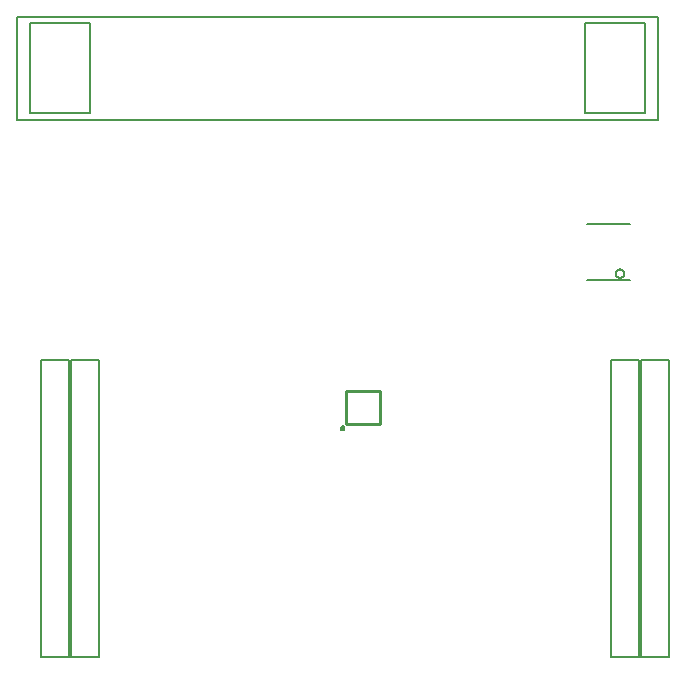
<source format=gto>
G75*
%MOIN*%
%OFA0B0*%
%FSLAX25Y25*%
%IPPOS*%
%LPD*%
%AMOC8*
5,1,8,0,0,1.08239X$1,22.5*
%
%ADD10C,0.00600*%
%ADD11C,0.00500*%
%ADD12C,0.01000*%
D10*
X0239277Y0168001D02*
X0253473Y0168001D01*
X0253473Y0186599D02*
X0239277Y0186599D01*
D11*
X0066446Y0042292D02*
X0057154Y0042292D01*
X0057154Y0141308D01*
X0066446Y0141308D01*
X0066446Y0042292D01*
X0067154Y0042292D02*
X0076446Y0042292D01*
X0076446Y0141308D01*
X0067154Y0141308D01*
X0067154Y0042292D01*
X0157600Y0118650D02*
X0157602Y0118674D01*
X0157608Y0118698D01*
X0157617Y0118720D01*
X0157630Y0118740D01*
X0157646Y0118758D01*
X0157665Y0118773D01*
X0157686Y0118786D01*
X0157708Y0118794D01*
X0157732Y0118799D01*
X0157756Y0118800D01*
X0157780Y0118797D01*
X0157803Y0118790D01*
X0157825Y0118780D01*
X0157845Y0118766D01*
X0157862Y0118749D01*
X0157877Y0118730D01*
X0157888Y0118709D01*
X0157896Y0118686D01*
X0157900Y0118662D01*
X0157900Y0118638D01*
X0157896Y0118614D01*
X0157888Y0118591D01*
X0157877Y0118570D01*
X0157862Y0118551D01*
X0157845Y0118534D01*
X0157825Y0118520D01*
X0157803Y0118510D01*
X0157780Y0118503D01*
X0157756Y0118500D01*
X0157732Y0118501D01*
X0157708Y0118506D01*
X0157686Y0118514D01*
X0157665Y0118527D01*
X0157646Y0118542D01*
X0157630Y0118560D01*
X0157617Y0118580D01*
X0157608Y0118602D01*
X0157602Y0118626D01*
X0157600Y0118650D01*
X0157437Y0118650D02*
X0157439Y0118685D01*
X0157445Y0118720D01*
X0157455Y0118753D01*
X0157468Y0118786D01*
X0157485Y0118817D01*
X0157505Y0118845D01*
X0157529Y0118871D01*
X0157555Y0118895D01*
X0157583Y0118915D01*
X0157614Y0118932D01*
X0157647Y0118945D01*
X0157680Y0118955D01*
X0157715Y0118961D01*
X0157750Y0118963D01*
X0157785Y0118961D01*
X0157820Y0118955D01*
X0157853Y0118945D01*
X0157886Y0118932D01*
X0157917Y0118915D01*
X0157945Y0118895D01*
X0157971Y0118871D01*
X0157995Y0118845D01*
X0158015Y0118817D01*
X0158032Y0118786D01*
X0158045Y0118753D01*
X0158055Y0118720D01*
X0158061Y0118685D01*
X0158063Y0118650D01*
X0158061Y0118615D01*
X0158055Y0118580D01*
X0158045Y0118547D01*
X0158032Y0118514D01*
X0158015Y0118483D01*
X0157995Y0118455D01*
X0157971Y0118429D01*
X0157945Y0118405D01*
X0157917Y0118385D01*
X0157886Y0118368D01*
X0157853Y0118355D01*
X0157820Y0118345D01*
X0157785Y0118339D01*
X0157750Y0118337D01*
X0157715Y0118339D01*
X0157680Y0118345D01*
X0157647Y0118355D01*
X0157614Y0118368D01*
X0157583Y0118385D01*
X0157555Y0118405D01*
X0157529Y0118429D01*
X0157505Y0118455D01*
X0157485Y0118483D01*
X0157468Y0118514D01*
X0157455Y0118547D01*
X0157445Y0118580D01*
X0157439Y0118615D01*
X0157437Y0118650D01*
X0157125Y0118650D02*
X0157127Y0118700D01*
X0157133Y0118749D01*
X0157143Y0118798D01*
X0157156Y0118845D01*
X0157174Y0118892D01*
X0157195Y0118937D01*
X0157219Y0118980D01*
X0157247Y0119021D01*
X0157278Y0119060D01*
X0157312Y0119096D01*
X0157349Y0119130D01*
X0157389Y0119160D01*
X0157430Y0119187D01*
X0157474Y0119211D01*
X0157519Y0119231D01*
X0157566Y0119247D01*
X0157614Y0119260D01*
X0157663Y0119269D01*
X0157713Y0119274D01*
X0157762Y0119275D01*
X0157812Y0119272D01*
X0157861Y0119265D01*
X0157910Y0119254D01*
X0157957Y0119240D01*
X0158003Y0119221D01*
X0158048Y0119199D01*
X0158091Y0119174D01*
X0158131Y0119145D01*
X0158169Y0119113D01*
X0158205Y0119079D01*
X0158238Y0119041D01*
X0158267Y0119001D01*
X0158293Y0118959D01*
X0158316Y0118915D01*
X0158335Y0118869D01*
X0158351Y0118822D01*
X0158363Y0118773D01*
X0158371Y0118724D01*
X0158375Y0118675D01*
X0158375Y0118625D01*
X0158371Y0118576D01*
X0158363Y0118527D01*
X0158351Y0118478D01*
X0158335Y0118431D01*
X0158316Y0118385D01*
X0158293Y0118341D01*
X0158267Y0118299D01*
X0158238Y0118259D01*
X0158205Y0118221D01*
X0158169Y0118187D01*
X0158131Y0118155D01*
X0158091Y0118126D01*
X0158048Y0118101D01*
X0158003Y0118079D01*
X0157957Y0118060D01*
X0157910Y0118046D01*
X0157861Y0118035D01*
X0157812Y0118028D01*
X0157762Y0118025D01*
X0157713Y0118026D01*
X0157663Y0118031D01*
X0157614Y0118040D01*
X0157566Y0118053D01*
X0157519Y0118069D01*
X0157474Y0118089D01*
X0157430Y0118113D01*
X0157389Y0118140D01*
X0157349Y0118170D01*
X0157312Y0118204D01*
X0157278Y0118240D01*
X0157247Y0118279D01*
X0157219Y0118320D01*
X0157195Y0118363D01*
X0157174Y0118408D01*
X0157156Y0118455D01*
X0157143Y0118502D01*
X0157133Y0118551D01*
X0157127Y0118600D01*
X0157125Y0118650D01*
X0247154Y0141308D02*
X0256446Y0141308D01*
X0256446Y0042292D01*
X0247154Y0042292D01*
X0247154Y0141308D01*
X0257154Y0141308D02*
X0266446Y0141308D01*
X0266446Y0042292D01*
X0257154Y0042292D01*
X0257154Y0141308D01*
X0248875Y0170200D02*
X0248877Y0170275D01*
X0248883Y0170349D01*
X0248893Y0170423D01*
X0248907Y0170496D01*
X0248924Y0170568D01*
X0248946Y0170640D01*
X0248971Y0170710D01*
X0249000Y0170778D01*
X0249033Y0170846D01*
X0249069Y0170911D01*
X0249108Y0170974D01*
X0249151Y0171035D01*
X0249197Y0171094D01*
X0249246Y0171150D01*
X0249298Y0171203D01*
X0249353Y0171254D01*
X0249410Y0171301D01*
X0249470Y0171346D01*
X0249532Y0171387D01*
X0249597Y0171425D01*
X0249663Y0171459D01*
X0249731Y0171490D01*
X0249800Y0171517D01*
X0249871Y0171540D01*
X0249943Y0171560D01*
X0250016Y0171576D01*
X0250089Y0171588D01*
X0250163Y0171596D01*
X0250238Y0171600D01*
X0250312Y0171600D01*
X0250387Y0171596D01*
X0250461Y0171588D01*
X0250534Y0171576D01*
X0250607Y0171560D01*
X0250679Y0171540D01*
X0250750Y0171517D01*
X0250819Y0171490D01*
X0250887Y0171459D01*
X0250953Y0171425D01*
X0251018Y0171387D01*
X0251080Y0171346D01*
X0251140Y0171301D01*
X0251197Y0171254D01*
X0251252Y0171203D01*
X0251304Y0171150D01*
X0251353Y0171094D01*
X0251399Y0171035D01*
X0251442Y0170974D01*
X0251481Y0170911D01*
X0251517Y0170846D01*
X0251550Y0170778D01*
X0251579Y0170710D01*
X0251604Y0170640D01*
X0251626Y0170568D01*
X0251643Y0170496D01*
X0251657Y0170423D01*
X0251667Y0170349D01*
X0251673Y0170275D01*
X0251675Y0170200D01*
X0251673Y0170125D01*
X0251667Y0170051D01*
X0251657Y0169977D01*
X0251643Y0169904D01*
X0251626Y0169832D01*
X0251604Y0169760D01*
X0251579Y0169690D01*
X0251550Y0169622D01*
X0251517Y0169554D01*
X0251481Y0169489D01*
X0251442Y0169426D01*
X0251399Y0169365D01*
X0251353Y0169306D01*
X0251304Y0169250D01*
X0251252Y0169197D01*
X0251197Y0169146D01*
X0251140Y0169099D01*
X0251080Y0169054D01*
X0251018Y0169013D01*
X0250953Y0168975D01*
X0250887Y0168941D01*
X0250819Y0168910D01*
X0250750Y0168883D01*
X0250679Y0168860D01*
X0250607Y0168840D01*
X0250534Y0168824D01*
X0250461Y0168812D01*
X0250387Y0168804D01*
X0250312Y0168800D01*
X0250238Y0168800D01*
X0250163Y0168804D01*
X0250089Y0168812D01*
X0250016Y0168824D01*
X0249943Y0168840D01*
X0249871Y0168860D01*
X0249800Y0168883D01*
X0249731Y0168910D01*
X0249663Y0168941D01*
X0249597Y0168975D01*
X0249532Y0169013D01*
X0249470Y0169054D01*
X0249410Y0169099D01*
X0249353Y0169146D01*
X0249298Y0169197D01*
X0249246Y0169250D01*
X0249197Y0169306D01*
X0249151Y0169365D01*
X0249108Y0169426D01*
X0249069Y0169489D01*
X0249033Y0169554D01*
X0249000Y0169622D01*
X0248971Y0169690D01*
X0248946Y0169760D01*
X0248924Y0169832D01*
X0248907Y0169904D01*
X0248893Y0169977D01*
X0248883Y0170051D01*
X0248877Y0170125D01*
X0248875Y0170200D01*
X0263020Y0221490D02*
X0049280Y0221490D01*
X0049280Y0255821D01*
X0263020Y0255821D01*
X0263020Y0221490D01*
X0258650Y0223675D02*
X0258650Y0253675D01*
X0238650Y0253675D01*
X0238650Y0223675D01*
X0258650Y0223675D01*
X0073650Y0223675D02*
X0073650Y0253675D01*
X0053650Y0253675D01*
X0053650Y0223675D01*
X0073650Y0223675D01*
D12*
X0159000Y0131150D02*
X0170250Y0131150D01*
X0170250Y0119900D01*
X0159000Y0119900D01*
X0159000Y0131150D01*
M02*

</source>
